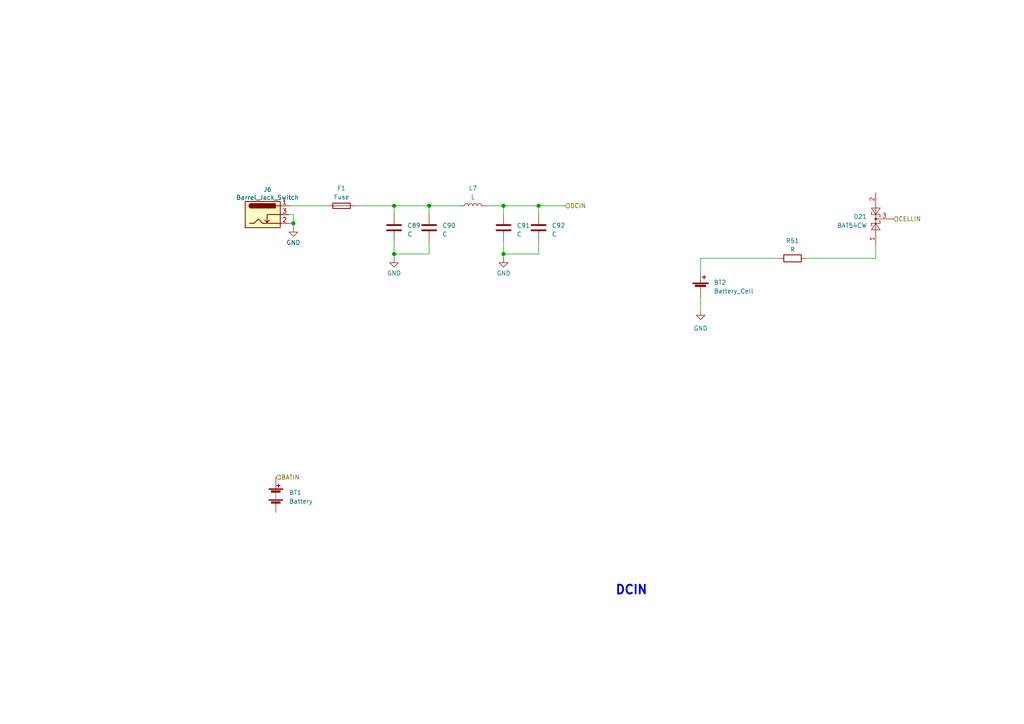
<source format=kicad_sch>
(kicad_sch (version 20210406) (generator eeschema)
  (paper "A4")
  (lib_symbols
    (symbol "Connector:Barrel_Jack_Switch" (pin_names hide)
      (property "Reference" "J" (at 0 5.334 0))
      (property "Value" "Barrel_Jack_Switch" (at 0 -5.08 0))
      (symbol "Barrel_Jack_Switch_0_1"
        (arc (start -3.302 3.175) (end -3.302 1.905) (radius (at -3.302 2.54) (length 0.635) (angles 90.1 -90.1)) (stroke (width 0.254)))
        (arc (start -3.302 3.175) (end -3.302 1.905) (radius (at -3.302 2.54) (length 0.635) (angles 90.1 -90.1)) (stroke (width 0.254)) (fill (type outline)))
        (rectangle (start 3.683 3.175) (end -3.302 1.905) (stroke (width 0.254)) (fill (type outline)))
        (rectangle (start -5.08 3.81) (end 5.08 -3.81) (stroke (width 0.254)) (fill (type background)))
        (polyline (pts (xy 1.27 -2.286) (xy 1.905 -1.651)) (stroke (width 0.254)))
        (polyline (pts (xy 5.08 2.54) (xy 3.81 2.54)) (stroke (width 0.254)))
        (polyline (pts (xy 5.08 0) (xy 1.27 0) (xy 1.27 -2.286) (xy 0.635 -1.651)) (stroke (width 0.254)))
        (polyline (pts (xy -3.81 -2.54) (xy -2.54 -2.54) (xy -1.27 -1.27) (xy 0 -2.54) (xy 2.54 -2.54) (xy 5.08 -2.54)) (stroke (width 0.254)))
      )
      (symbol "Barrel_Jack_Switch_1_1"
        (pin passive line (at 7.62 2.54 180) (length 2.54) (name "~") (number "1"))
        (pin passive line (at 7.62 -2.54 180) (length 2.54) (name "~") (number "2"))
        (pin passive line (at 7.62 0 180) (length 2.54) (name "~") (number "3"))
      )
    )
    (symbol "Device:Battery" (pin_numbers hide) (pin_names (offset 0) hide)
      (property "Reference" "BT" (at 2.54 2.54 0))
      (property "Value" "Battery" (at 2.54 0 0))
      (symbol "Battery_0_1"
        (rectangle (start -2.032 -1.397) (end 2.032 -1.651) (fill (type outline)))
        (rectangle (start -2.032 1.778) (end 2.032 1.524) (fill (type outline)))
        (rectangle (start -1.3208 -1.9812) (end 1.27 -2.4892) (fill (type outline)))
        (rectangle (start -1.3208 1.1938) (end 1.27 0.6858) (fill (type outline)))
        (polyline (pts (xy 0 -1.524) (xy 0 -1.27)))
        (polyline (pts (xy 0 -1.016) (xy 0 -0.762)))
        (polyline (pts (xy 0 -0.508) (xy 0 -0.254)))
        (polyline (pts (xy 0 0) (xy 0 0.254)))
        (polyline (pts (xy 0 0.508) (xy 0 0.762)))
        (polyline (pts (xy 0 1.778) (xy 0 2.54)))
        (polyline (pts (xy 0.254 2.667) (xy 1.27 2.667)) (stroke (width 0.254)))
        (polyline (pts (xy 0.762 3.175) (xy 0.762 2.159)) (stroke (width 0.254)))
      )
      (symbol "Battery_1_1"
        (pin passive line (at 0 5.08 270) (length 2.54) (name "+") (number "1"))
        (pin passive line (at 0 -5.08 90) (length 2.54) (name "-") (number "2"))
      )
    )
    (symbol "Device:Battery_Cell" (pin_numbers hide) (pin_names (offset 0) hide)
      (property "Reference" "BT" (at 2.54 2.54 0))
      (property "Value" "Battery_Cell" (at 2.54 0 0))
      (symbol "Battery_Cell_0_1"
        (rectangle (start -2.286 1.778) (end 2.286 1.524) (fill (type outline)))
        (rectangle (start -1.5748 1.1938) (end 1.4732 0.6858) (fill (type outline)))
        (polyline (pts (xy 0 0.762) (xy 0 0)))
        (polyline (pts (xy 0 1.778) (xy 0 2.54)))
        (polyline (pts (xy 0.508 3.429) (xy 1.524 3.429)) (stroke (width 0.254)))
        (polyline (pts (xy 1.016 3.937) (xy 1.016 2.921)) (stroke (width 0.254)))
      )
      (symbol "Battery_Cell_1_1"
        (pin passive line (at 0 5.08 270) (length 2.54) (name "+") (number "1"))
        (pin passive line (at 0 -2.54 90) (length 2.54) (name "-") (number "2"))
      )
    )
    (symbol "Device:C" (pin_numbers hide) (pin_names (offset 0.254))
      (property "Reference" "C" (at 0.635 2.54 0))
      (property "Value" "C" (at 0.635 -2.54 0))
      (symbol "C_0_1"
        (polyline (pts (xy -2.032 -0.762) (xy 2.032 -0.762)) (stroke (width 0.508)))
        (polyline (pts (xy -2.032 0.762) (xy 2.032 0.762)) (stroke (width 0.508)))
      )
      (symbol "C_1_1"
        (pin passive line (at 0 3.81 270) (length 2.794) (name "~") (number "1"))
        (pin passive line (at 0 -3.81 90) (length 2.794) (name "~") (number "2"))
      )
    )
    (symbol "Device:Fuse" (pin_numbers hide) (pin_names (offset 0))
      (property "Reference" "F" (at 2.032 0 90))
      (property "Value" "Fuse" (at -1.905 0 90))
      (symbol "Fuse_0_1"
        (rectangle (start -0.762 -2.54) (end 0.762 2.54) (stroke (width 0.254)))
        (polyline (pts (xy 0 2.54) (xy 0 -2.54)))
      )
      (symbol "Fuse_1_1"
        (pin passive line (at 0 3.81 270) (length 1.27) (name "~") (number "1"))
        (pin passive line (at 0 -3.81 90) (length 1.27) (name "~") (number "2"))
      )
    )
    (symbol "Device:L" (pin_numbers hide) (pin_names (offset 1.016) hide)
      (property "Reference" "L" (at -1.27 0 90))
      (property "Value" "L" (at 1.905 0 90))
      (symbol "L_0_1"
        (arc (start 0 -2.54) (end 0 -1.27) (radius (at 0 -1.905) (length 0.635) (angles -89.9 89.9)))
        (arc (start 0 -1.27) (end 0 0) (radius (at 0 -0.635) (length 0.635) (angles -89.9 89.9)))
        (arc (start 0 0) (end 0 1.27) (radius (at 0 0.635) (length 0.635) (angles -89.9 89.9)))
        (arc (start 0 1.27) (end 0 2.54) (radius (at 0 1.905) (length 0.635) (angles -89.9 89.9)))
      )
      (symbol "L_1_1"
        (pin passive line (at 0 3.81 270) (length 1.27) (name "1") (number "1"))
        (pin passive line (at 0 -3.81 90) (length 1.27) (name "2") (number "2"))
      )
    )
    (symbol "Device:R" (pin_numbers hide) (pin_names (offset 0))
      (property "Reference" "R" (at 2.032 0 90))
      (property "Value" "R" (at 0 0 90))
      (symbol "R_0_1"
        (rectangle (start -1.016 -2.54) (end 1.016 2.54) (stroke (width 0.254)))
      )
      (symbol "R_1_1"
        (pin passive line (at 0 3.81 270) (length 1.27) (name "~") (number "1"))
        (pin passive line (at 0 -3.81 90) (length 1.27) (name "~") (number "2"))
      )
    )
    (symbol "Diode:BAT54CW" (pin_names (offset 1.016))
      (property "Reference" "D" (at 0.635 -3.81 0))
      (property "Value" "BAT54CW" (at -6.35 3.175 0))
      (symbol "BAT54CW_0_1"
        (circle (center 0 0) (radius 0.254) (fill (type outline)))
        (polyline (pts (xy -1.905 0) (xy 1.905 0)))
        (polyline (pts (xy -1.905 1.27) (xy -1.905 1.016)))
        (polyline (pts (xy -1.27 -1.27) (xy -0.635 -1.27)))
        (polyline (pts (xy -1.27 0) (xy -3.81 0)))
        (polyline (pts (xy -1.27 1.27) (xy -1.905 1.27)))
        (polyline (pts (xy -1.27 1.27) (xy -1.27 -1.27)))
        (polyline (pts (xy -0.635 -1.27) (xy -0.635 -1.016)))
        (polyline (pts (xy 0.635 -1.27) (xy 0.635 -1.016)))
        (polyline (pts (xy 1.27 -1.27) (xy 0.635 -1.27)))
        (polyline (pts (xy 1.27 1.27) (xy 1.27 -1.27)))
        (polyline (pts (xy 1.27 1.27) (xy 1.905 1.27)))
        (polyline (pts (xy 1.905 1.27) (xy 1.905 1.016)))
        (polyline (pts (xy 3.81 0) (xy 1.27 0)))
        (polyline (pts (xy -3.175 -1.27) (xy -3.175 1.27) (xy -1.27 0) (xy -3.175 -1.27)))
        (polyline (pts (xy 3.175 -1.27) (xy 3.175 1.27) (xy 1.27 0) (xy 3.175 -1.27)))
      )
      (symbol "BAT54CW_1_1"
        (pin passive line (at -7.62 0 0) (length 3.81) (name "~") (number "1"))
        (pin passive line (at 7.62 0 180) (length 3.81) (name "~") (number "2"))
        (pin passive line (at 0 -5.08 90) (length 5.08) (name "~") (number "3"))
      )
    )
    (symbol "power:GND" (power) (pin_names (offset 0))
      (property "Value" "GND" (at 0 -3.81 0))
      (symbol "GND_0_1"
        (polyline (pts (xy 0 0) (xy 0 -1.27) (xy 1.27 -1.27) (xy 0 -2.54) (xy -1.27 -1.27) (xy 0 -1.27)))
      )
      (symbol "GND_1_1"
        (pin power_in line (at 0 0 270) (length 0) hide (name "GND") (number "1"))
      )
    )
  )
  (junction (at 85.09 64.77) (diameter 1.016))
  (junction (at 114.3 59.69) (diameter 1.016))
  (junction (at 114.3 73.66) (diameter 1.016))
  (junction (at 124.46 59.69) (diameter 1.016))
  (junction (at 146.05 59.69) (diameter 1.016))
  (junction (at 146.05 73.66) (diameter 1.016))
  (junction (at 156.21 59.69) (diameter 1.016))
  (wire (pts (xy 83.82 59.69) (xy 95.25 59.69)))
  (wire (pts (xy 83.82 62.23) (xy 85.09 62.23)))
  (wire (pts (xy 83.82 64.77) (xy 85.09 64.77)))
  (wire (pts (xy 85.09 62.23) (xy 85.09 64.77)))
  (wire (pts (xy 85.09 64.77) (xy 85.09 66.04)))
  (wire (pts (xy 102.87 59.69) (xy 114.3 59.69)))
  (wire (pts (xy 114.3 59.69) (xy 114.3 62.23)))
  (wire (pts (xy 114.3 59.69) (xy 124.46 59.69)))
  (wire (pts (xy 114.3 73.66) (xy 114.3 69.85)))
  (wire (pts (xy 114.3 73.66) (xy 114.3 74.93)))
  (wire (pts (xy 124.46 59.69) (xy 124.46 62.23)))
  (wire (pts (xy 124.46 59.69) (xy 133.35 59.69)))
  (wire (pts (xy 124.46 69.85) (xy 124.46 73.66)))
  (wire (pts (xy 124.46 73.66) (xy 114.3 73.66)))
  (wire (pts (xy 140.97 59.69) (xy 146.05 59.69)))
  (wire (pts (xy 146.05 59.69) (xy 146.05 62.23)))
  (wire (pts (xy 146.05 59.69) (xy 156.21 59.69)))
  (wire (pts (xy 146.05 73.66) (xy 146.05 69.85)))
  (wire (pts (xy 146.05 73.66) (xy 146.05 74.93)))
  (wire (pts (xy 156.21 59.69) (xy 156.21 62.23)))
  (wire (pts (xy 156.21 59.69) (xy 163.83 59.69)))
  (wire (pts (xy 156.21 69.85) (xy 156.21 73.66)))
  (wire (pts (xy 156.21 73.66) (xy 146.05 73.66)))
  (wire (pts (xy 203.2 74.93) (xy 203.2 78.74)))
  (wire (pts (xy 203.2 90.17) (xy 203.2 86.36)))
  (wire (pts (xy 226.06 74.93) (xy 203.2 74.93)))
  (wire (pts (xy 233.68 74.93) (xy 254 74.93)))
  (wire (pts (xy 254 74.93) (xy 254 71.12)))
  (text "DCIN" (at 187.96 172.72 180) (effects (font (size 2.54 2.54) (thickness 0.508) bold) (justify right bottom)))
  (hierarchical_label "BATIN" (shape input) (at 80.01 138.43 0))
  (hierarchical_label "DCIN" (shape input) (at 163.83 59.69 0))
  (hierarchical_label "CELLIN" (shape input) (at 259.08 63.5 0))
  (symbol (lib_id "power:GND") (at 85.09 66.04 0) (unit 1)
    (property "Reference" "#PWR0131" (effects hide))
    (property "Value" "GND" (at 85.09 70.3644 0))
  )
  (symbol (lib_id "power:GND") (at 114.3 74.93 0) (unit 1)
    (property "Reference" "#PWR0151" (effects hide))
    (property "Value" "GND" (at 114.3 79.2544 0))
  )
  (symbol (lib_id "power:GND") (at 146.05 74.93 0) (unit 1)
    (property "Reference" "#PWR0153" (effects hide))
    (property "Value" "GND" (at 146.05 79.2544 0))
  )
  (symbol (lib_id "power:GND") (at 203.2 90.17 0) (unit 1)
    (property "Reference" "#PWR0152" (effects hide))
    (property "Value" "GND" (at 203.2 95.25 0))
  )
  (symbol (lib_id "Device:L") (at 137.16 59.69 90) (unit 1)
    (property "Reference" "L7" (at 137.16 54.61 90))
    (property "Value" "L" (at 137.16 57.15 90))
  )
  (symbol (lib_id "Device:Fuse") (at 99.06 59.69 90) (unit 1)
    (property "Reference" "F1" (at 99.06 54.61 90))
    (property "Value" "Fuse" (at 99.06 57.15 90))
  )
  (symbol (lib_id "Device:R") (at 229.87 74.93 90) (unit 1)
    (property "Reference" "R51" (at 229.87 69.85 90))
    (property "Value" "R" (at 229.87 72.39 90))
  )
  (symbol (lib_id "Device:C") (at 114.3 66.04 0) (unit 1)
    (property "Reference" "C89" (at 118.11 65.4049 0) (effects (justify left)))
    (property "Value" "C" (at 118.11 67.9449 0) (effects (justify left)))
  )
  (symbol (lib_id "Device:C") (at 124.46 66.04 0) (unit 1)
    (property "Reference" "C90" (at 128.27 65.4049 0) (effects (justify left)))
    (property "Value" "C" (at 128.27 67.9449 0) (effects (justify left)))
  )
  (symbol (lib_id "Device:C") (at 146.05 66.04 0) (unit 1)
    (property "Reference" "C91" (at 149.86 65.4049 0) (effects (justify left)))
    (property "Value" "C" (at 149.86 67.9449 0) (effects (justify left)))
  )
  (symbol (lib_id "Device:C") (at 156.21 66.04 0) (unit 1)
    (property "Reference" "C92" (at 160.02 65.4049 0) (effects (justify left)))
    (property "Value" "C" (at 160.02 67.9449 0) (effects (justify left)))
  )
  (symbol (lib_id "Device:Battery_Cell") (at 203.2 83.82 0) (unit 1)
    (property "Reference" "BT2" (at 207.01 81.9149 0) (effects (justify left)))
    (property "Value" "Battery_Cell" (at 207.01 84.4549 0) (effects (justify left)))
  )
  (symbol (lib_id "Device:Battery") (at 80.01 143.51 0) (unit 1)
    (property "Reference" "BT1" (at 83.82 142.8749 0) (effects (justify left)))
    (property "Value" "Battery" (at 83.82 145.4149 0) (effects (justify left)))
  )
  (symbol (lib_id "Connector:Barrel_Jack_Switch") (at 76.2 62.23 0) (unit 1)
    (property "Reference" "J6" (at 77.597 54.9868 0))
    (property "Value" "Barrel_Jack_Switch" (at 77.597 57.2855 0))
    (property "Footprint" "Connector_BarrelJack:BarrelJack_Wuerth_6941xx301002" (effects hide))
  )
  (symbol (lib_id "Diode:BAT54CW") (at 254 63.5 90) (unit 1)
    (property "Reference" "D21" (at 251.46 62.8649 90) (effects (justify left)))
    (property "Value" "BAT54CW" (at 251.46 65.4049 90) (effects (justify left)))
    (property "Footprint" "Package_TO_SOT_SMD:SOT-323_SC-70" (effects hide))
    (property "Datasheet" "https://assets.nexperia.com/documents/data-sheet/BAT54W_SER.pdf" (effects hide))
  )
)
</source>
